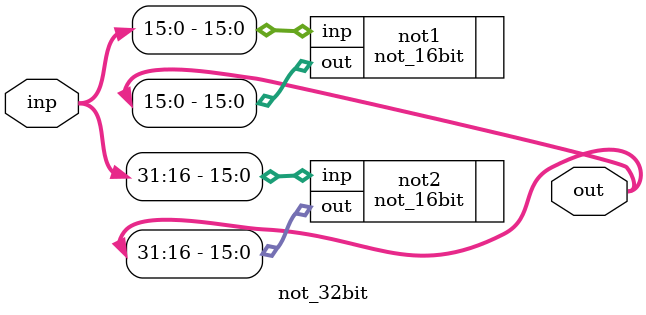
<source format=v>
module not_32bit (
	output [31:0] out,
	input [31:0] inp
);
	not_16bit not1 (
		.out(out[15:0]),
		.inp(inp[15:0])
	);
	
	not_16bit not2 (
		.out(out[31:16]),
		.inp(inp[31:16])
	);
	
endmodule
</source>
